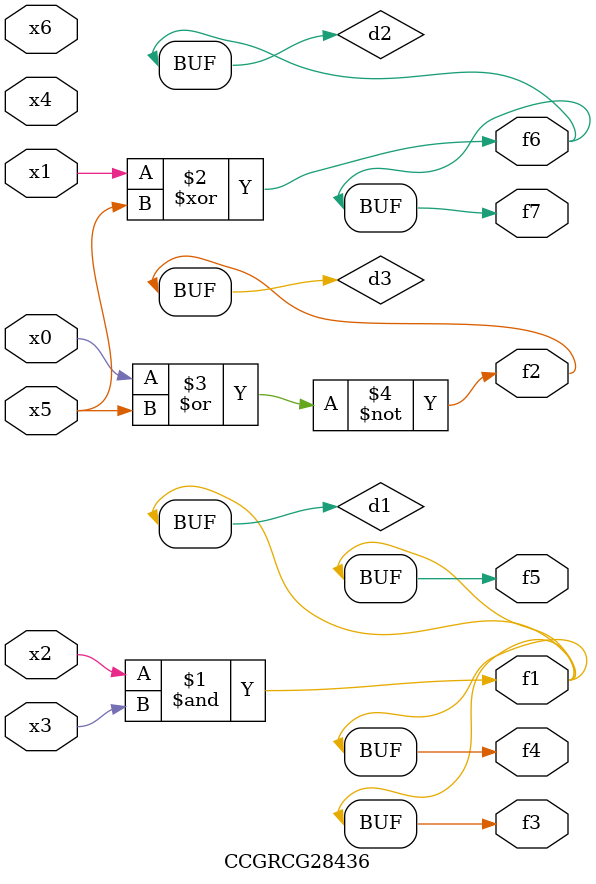
<source format=v>
module CCGRCG28436(
	input x0, x1, x2, x3, x4, x5, x6,
	output f1, f2, f3, f4, f5, f6, f7
);

	wire d1, d2, d3;

	and (d1, x2, x3);
	xor (d2, x1, x5);
	nor (d3, x0, x5);
	assign f1 = d1;
	assign f2 = d3;
	assign f3 = d1;
	assign f4 = d1;
	assign f5 = d1;
	assign f6 = d2;
	assign f7 = d2;
endmodule

</source>
